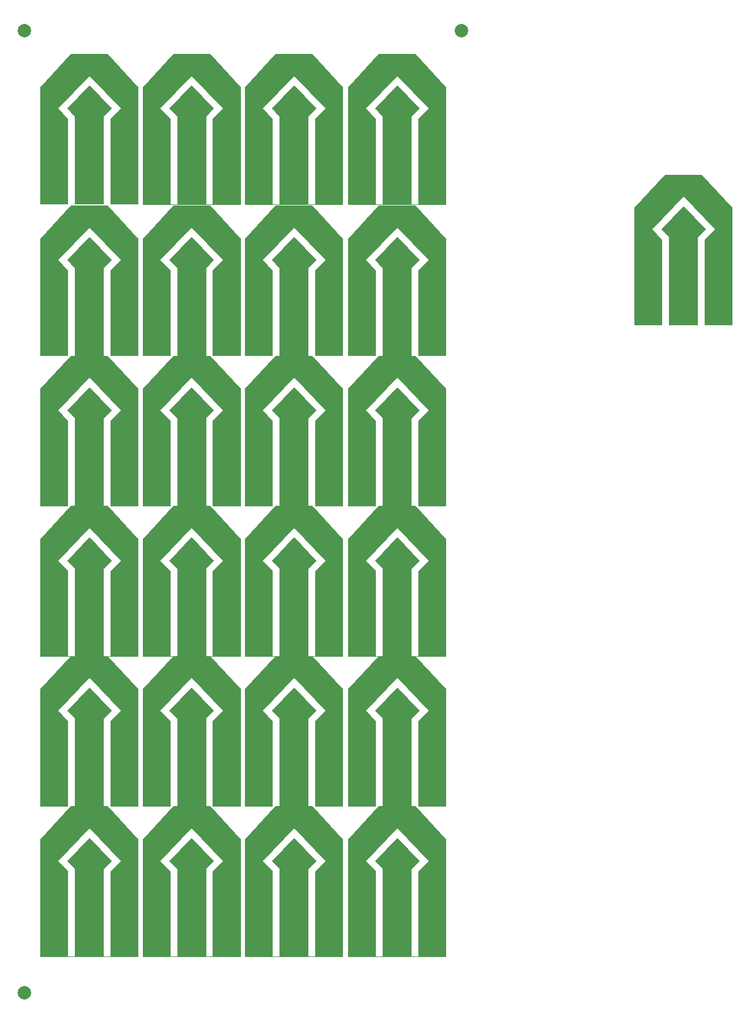
<source format=gbr>
%TF.GenerationSoftware,KiCad,Pcbnew,9.0.3*%
%TF.CreationDate,2025-07-24T13:44:44-05:00*%
%TF.ProjectId,panel,70616e65-6c2e-46b6-9963-61645f706362,rev?*%
%TF.SameCoordinates,Original*%
%TF.FileFunction,Copper,L1,Top*%
%TF.FilePolarity,Positive*%
%FSLAX46Y46*%
G04 Gerber Fmt 4.6, Leading zero omitted, Abs format (unit mm)*
G04 Created by KiCad (PCBNEW 9.0.3) date 2025-07-24 13:44:44*
%MOMM*%
%LPD*%
G01*
G04 APERTURE LIST*
%TA.AperFunction,NonConductor*%
%ADD10C,0.000000*%
%TD*%
%TA.AperFunction,SMDPad,CuDef*%
%ADD11C,2.000000*%
%TD*%
G04 APERTURE END LIST*
D10*
%TA.AperFunction,NonConductor*%
G36*
X163434979Y-143123562D02*
G01*
X163434979Y-160629832D01*
X156115167Y-160629832D01*
X148795924Y-160629832D01*
X148795924Y-146321041D01*
X151459637Y-146321041D01*
X152967710Y-147908696D01*
X152967710Y-160607663D01*
X153947134Y-160607663D01*
X153947134Y-147517609D01*
X152813094Y-146321041D01*
X156115167Y-142842184D01*
X159419513Y-146321041D01*
X158282632Y-147517609D01*
X158282632Y-160607663D01*
X159262624Y-160607663D01*
X159262624Y-147908696D01*
X160770696Y-146321041D01*
X156115167Y-141419945D01*
X151459637Y-146321041D01*
X148795924Y-146321041D01*
X148795924Y-143123562D01*
X153365619Y-138170169D01*
X156115167Y-138170169D01*
X158865283Y-138170169D01*
X163434979Y-143123562D01*
G37*
%TD.AperFunction*%
%TA.AperFunction,NonConductor*%
G36*
X148170477Y-143123562D02*
G01*
X148170477Y-160629832D01*
X140850665Y-160629832D01*
X133531422Y-160629832D01*
X133531422Y-146321041D01*
X136195135Y-146321041D01*
X137703208Y-147908696D01*
X137703208Y-160607663D01*
X138682632Y-160607663D01*
X138682632Y-147517609D01*
X137548592Y-146321041D01*
X140850665Y-142842184D01*
X144155011Y-146321041D01*
X143018130Y-147517609D01*
X143018130Y-160607663D01*
X143998122Y-160607663D01*
X143998122Y-147908696D01*
X145506194Y-146321041D01*
X140850665Y-141419945D01*
X136195135Y-146321041D01*
X133531422Y-146321041D01*
X133531422Y-143123562D01*
X138101117Y-138170169D01*
X140850665Y-138170169D01*
X143600781Y-138170169D01*
X148170477Y-143123562D01*
G37*
%TD.AperFunction*%
%TA.AperFunction,NonConductor*%
G36*
X132879390Y-143121448D02*
G01*
X132879390Y-160627718D01*
X125559578Y-160627718D01*
X118240335Y-160627718D01*
X118240335Y-146318927D01*
X120904048Y-146318927D01*
X122412121Y-147906582D01*
X122412121Y-160605549D01*
X123391545Y-160605549D01*
X123391545Y-147515495D01*
X122257505Y-146318927D01*
X125559578Y-142840070D01*
X128863924Y-146318927D01*
X127727043Y-147515495D01*
X127727043Y-160605549D01*
X128707035Y-160605549D01*
X128707035Y-147906582D01*
X130215107Y-146318927D01*
X125559578Y-141417831D01*
X120904048Y-146318927D01*
X118240335Y-146318927D01*
X118240335Y-143121448D01*
X122810030Y-138168055D01*
X125559578Y-138168055D01*
X128309694Y-138168055D01*
X132879390Y-143121448D01*
G37*
%TD.AperFunction*%
%TA.AperFunction,NonConductor*%
G36*
X178854987Y-143123562D02*
G01*
X178854987Y-160629832D01*
X171535175Y-160629832D01*
X164215932Y-160629832D01*
X164215932Y-146321041D01*
X166879645Y-146321041D01*
X168387718Y-147908696D01*
X168387718Y-160607663D01*
X169367142Y-160607663D01*
X169367142Y-147517609D01*
X168233102Y-146321041D01*
X171535175Y-142842184D01*
X174839521Y-146321041D01*
X173702640Y-147517609D01*
X173702640Y-160607663D01*
X174682632Y-160607663D01*
X174682632Y-147908696D01*
X176190704Y-146321041D01*
X171535175Y-141419945D01*
X166879645Y-146321041D01*
X164215932Y-146321041D01*
X164215932Y-143123562D01*
X168785627Y-138170169D01*
X171535175Y-138170169D01*
X174285291Y-138170169D01*
X178854987Y-143123562D01*
G37*
%TD.AperFunction*%
%TA.AperFunction,NonConductor*%
G36*
X163434979Y-120723562D02*
G01*
X163434979Y-138229832D01*
X156115167Y-138229832D01*
X148795924Y-138229832D01*
X148795924Y-123921041D01*
X151459637Y-123921041D01*
X152967710Y-125508696D01*
X152967710Y-138207663D01*
X153947134Y-138207663D01*
X153947134Y-125117609D01*
X152813094Y-123921041D01*
X156115167Y-120442184D01*
X159419513Y-123921041D01*
X158282632Y-125117609D01*
X158282632Y-138207663D01*
X159262624Y-138207663D01*
X159262624Y-125508696D01*
X160770696Y-123921041D01*
X156115167Y-119019945D01*
X151459637Y-123921041D01*
X148795924Y-123921041D01*
X148795924Y-120723562D01*
X153365619Y-115770169D01*
X156115167Y-115770169D01*
X158865283Y-115770169D01*
X163434979Y-120723562D01*
G37*
%TD.AperFunction*%
%TA.AperFunction,NonConductor*%
G36*
X148170477Y-120723562D02*
G01*
X148170477Y-138229832D01*
X140850665Y-138229832D01*
X133531422Y-138229832D01*
X133531422Y-123921041D01*
X136195135Y-123921041D01*
X137703208Y-125508696D01*
X137703208Y-138207663D01*
X138682632Y-138207663D01*
X138682632Y-125117609D01*
X137548592Y-123921041D01*
X140850665Y-120442184D01*
X144155011Y-123921041D01*
X143018130Y-125117609D01*
X143018130Y-138207663D01*
X143998122Y-138207663D01*
X143998122Y-125508696D01*
X145506194Y-123921041D01*
X140850665Y-119019945D01*
X136195135Y-123921041D01*
X133531422Y-123921041D01*
X133531422Y-120723562D01*
X138101117Y-115770169D01*
X140850665Y-115770169D01*
X143600781Y-115770169D01*
X148170477Y-120723562D01*
G37*
%TD.AperFunction*%
%TA.AperFunction,NonConductor*%
G36*
X132879390Y-120721448D02*
G01*
X132879390Y-138227718D01*
X125559578Y-138227718D01*
X118240335Y-138227718D01*
X118240335Y-123918927D01*
X120904048Y-123918927D01*
X122412121Y-125506582D01*
X122412121Y-138205549D01*
X123391545Y-138205549D01*
X123391545Y-125115495D01*
X122257505Y-123918927D01*
X125559578Y-120440070D01*
X128863924Y-123918927D01*
X127727043Y-125115495D01*
X127727043Y-138205549D01*
X128707035Y-138205549D01*
X128707035Y-125506582D01*
X130215107Y-123918927D01*
X125559578Y-119017831D01*
X120904048Y-123918927D01*
X118240335Y-123918927D01*
X118240335Y-120721448D01*
X122810030Y-115768055D01*
X125559578Y-115768055D01*
X128309694Y-115768055D01*
X132879390Y-120721448D01*
G37*
%TD.AperFunction*%
%TA.AperFunction,NonConductor*%
G36*
X178854987Y-120723562D02*
G01*
X178854987Y-138229832D01*
X171535175Y-138229832D01*
X164215932Y-138229832D01*
X164215932Y-123921041D01*
X166879645Y-123921041D01*
X168387718Y-125508696D01*
X168387718Y-138207663D01*
X169367142Y-138207663D01*
X169367142Y-125117609D01*
X168233102Y-123921041D01*
X171535175Y-120442184D01*
X174839521Y-123921041D01*
X173702640Y-125117609D01*
X173702640Y-138207663D01*
X174682632Y-138207663D01*
X174682632Y-125508696D01*
X176190704Y-123921041D01*
X171535175Y-119019945D01*
X166879645Y-123921041D01*
X164215932Y-123921041D01*
X164215932Y-120723562D01*
X168785627Y-115770169D01*
X171535175Y-115770169D01*
X174285291Y-115770169D01*
X178854987Y-120723562D01*
G37*
%TD.AperFunction*%
%TA.AperFunction,NonConductor*%
G36*
X163434979Y-98323562D02*
G01*
X163434979Y-115829832D01*
X156115167Y-115829832D01*
X148795924Y-115829832D01*
X148795924Y-101521041D01*
X151459637Y-101521041D01*
X152967710Y-103108696D01*
X152967710Y-115807663D01*
X153947134Y-115807663D01*
X153947134Y-102717609D01*
X152813094Y-101521041D01*
X156115167Y-98042184D01*
X159419513Y-101521041D01*
X158282632Y-102717609D01*
X158282632Y-115807663D01*
X159262624Y-115807663D01*
X159262624Y-103108696D01*
X160770696Y-101521041D01*
X156115167Y-96619945D01*
X151459637Y-101521041D01*
X148795924Y-101521041D01*
X148795924Y-98323562D01*
X153365619Y-93370169D01*
X156115167Y-93370169D01*
X158865283Y-93370169D01*
X163434979Y-98323562D01*
G37*
%TD.AperFunction*%
%TA.AperFunction,NonConductor*%
G36*
X148170477Y-98323562D02*
G01*
X148170477Y-115829832D01*
X140850665Y-115829832D01*
X133531422Y-115829832D01*
X133531422Y-101521041D01*
X136195135Y-101521041D01*
X137703208Y-103108696D01*
X137703208Y-115807663D01*
X138682632Y-115807663D01*
X138682632Y-102717609D01*
X137548592Y-101521041D01*
X140850665Y-98042184D01*
X144155011Y-101521041D01*
X143018130Y-102717609D01*
X143018130Y-115807663D01*
X143998122Y-115807663D01*
X143998122Y-103108696D01*
X145506194Y-101521041D01*
X140850665Y-96619945D01*
X136195135Y-101521041D01*
X133531422Y-101521041D01*
X133531422Y-98323562D01*
X138101117Y-93370169D01*
X140850665Y-93370169D01*
X143600781Y-93370169D01*
X148170477Y-98323562D01*
G37*
%TD.AperFunction*%
%TA.AperFunction,NonConductor*%
G36*
X132879390Y-98321448D02*
G01*
X132879390Y-115827718D01*
X125559578Y-115827718D01*
X118240335Y-115827718D01*
X118240335Y-101518927D01*
X120904048Y-101518927D01*
X122412121Y-103106582D01*
X122412121Y-115805549D01*
X123391545Y-115805549D01*
X123391545Y-102715495D01*
X122257505Y-101518927D01*
X125559578Y-98040070D01*
X128863924Y-101518927D01*
X127727043Y-102715495D01*
X127727043Y-115805549D01*
X128707035Y-115805549D01*
X128707035Y-103106582D01*
X130215107Y-101518927D01*
X125559578Y-96617831D01*
X120904048Y-101518927D01*
X118240335Y-101518927D01*
X118240335Y-98321448D01*
X122810030Y-93368055D01*
X125559578Y-93368055D01*
X128309694Y-93368055D01*
X132879390Y-98321448D01*
G37*
%TD.AperFunction*%
%TA.AperFunction,NonConductor*%
G36*
X178854987Y-98323562D02*
G01*
X178854987Y-115829832D01*
X171535175Y-115829832D01*
X164215932Y-115829832D01*
X164215932Y-101521041D01*
X166879645Y-101521041D01*
X168387718Y-103108696D01*
X168387718Y-115807663D01*
X169367142Y-115807663D01*
X169367142Y-102717609D01*
X168233102Y-101521041D01*
X171535175Y-98042184D01*
X174839521Y-101521041D01*
X173702640Y-102717609D01*
X173702640Y-115807663D01*
X174682632Y-115807663D01*
X174682632Y-103108696D01*
X176190704Y-101521041D01*
X171535175Y-96619945D01*
X166879645Y-101521041D01*
X164215932Y-101521041D01*
X164215932Y-98323562D01*
X168785627Y-93370169D01*
X171535175Y-93370169D01*
X174285291Y-93370169D01*
X178854987Y-98323562D01*
G37*
%TD.AperFunction*%
%TA.AperFunction,NonConductor*%
G36*
X148170477Y-75923562D02*
G01*
X148170477Y-93429832D01*
X140850665Y-93429832D01*
X133531422Y-93429832D01*
X133531422Y-79121041D01*
X136195135Y-79121041D01*
X137703208Y-80708696D01*
X137703208Y-93407663D01*
X138682632Y-93407663D01*
X138682632Y-80317609D01*
X137548592Y-79121041D01*
X140850665Y-75642184D01*
X144155011Y-79121041D01*
X143018130Y-80317609D01*
X143018130Y-93407663D01*
X143998122Y-93407663D01*
X143998122Y-80708696D01*
X145506194Y-79121041D01*
X140850665Y-74219945D01*
X136195135Y-79121041D01*
X133531422Y-79121041D01*
X133531422Y-75923562D01*
X138101117Y-70970169D01*
X140850665Y-70970169D01*
X143600781Y-70970169D01*
X148170477Y-75923562D01*
G37*
%TD.AperFunction*%
%TA.AperFunction,NonConductor*%
G36*
X132879390Y-75921448D02*
G01*
X132879390Y-93427718D01*
X125559578Y-93427718D01*
X118240335Y-93427718D01*
X118240335Y-79118927D01*
X120904048Y-79118927D01*
X122412121Y-80706582D01*
X122412121Y-93405549D01*
X123391545Y-93405549D01*
X123391545Y-80315495D01*
X122257505Y-79118927D01*
X125559578Y-75640070D01*
X128863924Y-79118927D01*
X127727043Y-80315495D01*
X127727043Y-93405549D01*
X128707035Y-93405549D01*
X128707035Y-80706582D01*
X130215107Y-79118927D01*
X125559578Y-74217831D01*
X120904048Y-79118927D01*
X118240335Y-79118927D01*
X118240335Y-75921448D01*
X122810030Y-70968055D01*
X125559578Y-70968055D01*
X128309694Y-70968055D01*
X132879390Y-75921448D01*
G37*
%TD.AperFunction*%
%TA.AperFunction,NonConductor*%
G36*
X178854987Y-75923562D02*
G01*
X178854987Y-93429832D01*
X171535175Y-93429832D01*
X164215932Y-93429832D01*
X164215932Y-79121041D01*
X166879645Y-79121041D01*
X168387718Y-80708696D01*
X168387718Y-93407663D01*
X169367142Y-93407663D01*
X169367142Y-80317609D01*
X168233102Y-79121041D01*
X171535175Y-75642184D01*
X174839521Y-79121041D01*
X173702640Y-80317609D01*
X173702640Y-93407663D01*
X174682632Y-93407663D01*
X174682632Y-80708696D01*
X176190704Y-79121041D01*
X171535175Y-74219945D01*
X166879645Y-79121041D01*
X164215932Y-79121041D01*
X164215932Y-75923562D01*
X168785627Y-70970169D01*
X171535175Y-70970169D01*
X174285291Y-70970169D01*
X178854987Y-75923562D01*
G37*
%TD.AperFunction*%
%TA.AperFunction,NonConductor*%
G36*
X163434979Y-75923562D02*
G01*
X163434979Y-93429832D01*
X156115167Y-93429832D01*
X148795924Y-93429832D01*
X148795924Y-79121041D01*
X151459637Y-79121041D01*
X152967710Y-80708696D01*
X152967710Y-93407663D01*
X153947134Y-93407663D01*
X153947134Y-80317609D01*
X152813094Y-79121041D01*
X156115167Y-75642184D01*
X159419513Y-79121041D01*
X158282632Y-80317609D01*
X158282632Y-93407663D01*
X159262624Y-93407663D01*
X159262624Y-80708696D01*
X160770696Y-79121041D01*
X156115167Y-74219945D01*
X151459637Y-79121041D01*
X148795924Y-79121041D01*
X148795924Y-75923562D01*
X153365619Y-70970169D01*
X156115167Y-70970169D01*
X158865283Y-70970169D01*
X163434979Y-75923562D01*
G37*
%TD.AperFunction*%
%TA.AperFunction,NonConductor*%
G36*
X132879390Y-53521448D02*
G01*
X132879390Y-71027718D01*
X125559578Y-71027718D01*
X118240335Y-71027718D01*
X118240335Y-56718927D01*
X120904048Y-56718927D01*
X122412121Y-58306582D01*
X122412121Y-71005549D01*
X123391545Y-71005549D01*
X123391545Y-57915495D01*
X122257505Y-56718927D01*
X125559578Y-53240070D01*
X128863924Y-56718927D01*
X127727043Y-57915495D01*
X127727043Y-71005549D01*
X128707035Y-71005549D01*
X128707035Y-58306582D01*
X130215107Y-56718927D01*
X125559578Y-51817831D01*
X120904048Y-56718927D01*
X118240335Y-56718927D01*
X118240335Y-53521448D01*
X122810030Y-48568055D01*
X125559578Y-48568055D01*
X128309694Y-48568055D01*
X132879390Y-53521448D01*
G37*
%TD.AperFunction*%
%TA.AperFunction,NonConductor*%
G36*
X148170477Y-53523562D02*
G01*
X148170477Y-71029832D01*
X140850665Y-71029832D01*
X133531422Y-71029832D01*
X133531422Y-56721041D01*
X136195135Y-56721041D01*
X137703208Y-58308696D01*
X137703208Y-71007663D01*
X138682632Y-71007663D01*
X138682632Y-57917609D01*
X137548592Y-56721041D01*
X140850665Y-53242184D01*
X144155011Y-56721041D01*
X143018130Y-57917609D01*
X143018130Y-71007663D01*
X143998122Y-71007663D01*
X143998122Y-58308696D01*
X145506194Y-56721041D01*
X140850665Y-51819945D01*
X136195135Y-56721041D01*
X133531422Y-56721041D01*
X133531422Y-53523562D01*
X138101117Y-48570169D01*
X140850665Y-48570169D01*
X143600781Y-48570169D01*
X148170477Y-53523562D01*
G37*
%TD.AperFunction*%
%TA.AperFunction,NonConductor*%
G36*
X178854987Y-53523562D02*
G01*
X178854987Y-71029832D01*
X171535175Y-71029832D01*
X164215932Y-71029832D01*
X164215932Y-56721041D01*
X166879645Y-56721041D01*
X168387718Y-58308696D01*
X168387718Y-71007663D01*
X169367142Y-71007663D01*
X169367142Y-57917609D01*
X168233102Y-56721041D01*
X171535175Y-53242184D01*
X174839521Y-56721041D01*
X173702640Y-57917609D01*
X173702640Y-71007663D01*
X174682632Y-71007663D01*
X174682632Y-58308696D01*
X176190704Y-56721041D01*
X171535175Y-51819945D01*
X166879645Y-56721041D01*
X164215932Y-56721041D01*
X164215932Y-53523562D01*
X168785627Y-48570169D01*
X171535175Y-48570169D01*
X174285291Y-48570169D01*
X178854987Y-53523562D01*
G37*
%TD.AperFunction*%
%TA.AperFunction,NonConductor*%
G36*
X163434979Y-53523562D02*
G01*
X163434979Y-71029832D01*
X156115167Y-71029832D01*
X148795924Y-71029832D01*
X148795924Y-56721041D01*
X151459637Y-56721041D01*
X152967710Y-58308696D01*
X152967710Y-71007663D01*
X153947134Y-71007663D01*
X153947134Y-57917609D01*
X152813094Y-56721041D01*
X156115167Y-53242184D01*
X159419513Y-56721041D01*
X158282632Y-57917609D01*
X158282632Y-71007663D01*
X159262624Y-71007663D01*
X159262624Y-58308696D01*
X160770696Y-56721041D01*
X156115167Y-51819945D01*
X151459637Y-56721041D01*
X148795924Y-56721041D01*
X148795924Y-53523562D01*
X153365619Y-48570169D01*
X156115167Y-48570169D01*
X158865283Y-48570169D01*
X163434979Y-53523562D01*
G37*
%TD.AperFunction*%
%TA.AperFunction,NonConductor*%
G36*
X178854987Y-30923562D02*
G01*
X178854987Y-48429832D01*
X171535175Y-48429832D01*
X164215932Y-48429832D01*
X164215932Y-34121041D01*
X166879645Y-34121041D01*
X168387718Y-35708696D01*
X168387718Y-48407663D01*
X169367142Y-48407663D01*
X169367142Y-35317609D01*
X168233102Y-34121041D01*
X171535175Y-30642184D01*
X174839521Y-34121041D01*
X173702640Y-35317609D01*
X173702640Y-48407663D01*
X174682632Y-48407663D01*
X174682632Y-35708696D01*
X176190704Y-34121041D01*
X171535175Y-29219945D01*
X166879645Y-34121041D01*
X164215932Y-34121041D01*
X164215932Y-30923562D01*
X168785627Y-25970169D01*
X171535175Y-25970169D01*
X174285291Y-25970169D01*
X178854987Y-30923562D01*
G37*
%TD.AperFunction*%
%TA.AperFunction,NonConductor*%
G36*
X163434979Y-30923562D02*
G01*
X163434979Y-48429832D01*
X156115167Y-48429832D01*
X148795924Y-48429832D01*
X148795924Y-34121041D01*
X151459637Y-34121041D01*
X152967710Y-35708696D01*
X152967710Y-48407663D01*
X153947134Y-48407663D01*
X153947134Y-35317609D01*
X152813094Y-34121041D01*
X156115167Y-30642184D01*
X159419513Y-34121041D01*
X158282632Y-35317609D01*
X158282632Y-48407663D01*
X159262624Y-48407663D01*
X159262624Y-35708696D01*
X160770696Y-34121041D01*
X156115167Y-29219945D01*
X151459637Y-34121041D01*
X148795924Y-34121041D01*
X148795924Y-30923562D01*
X153365619Y-25970169D01*
X156115167Y-25970169D01*
X158865283Y-25970169D01*
X163434979Y-30923562D01*
G37*
%TD.AperFunction*%
%TA.AperFunction,NonConductor*%
G36*
X148170477Y-30923562D02*
G01*
X148170477Y-48429832D01*
X140850665Y-48429832D01*
X133531422Y-48429832D01*
X133531422Y-34121041D01*
X136195135Y-34121041D01*
X137703208Y-35708696D01*
X137703208Y-48407663D01*
X138682632Y-48407663D01*
X138682632Y-35317609D01*
X137548592Y-34121041D01*
X140850665Y-30642184D01*
X144155011Y-34121041D01*
X143018130Y-35317609D01*
X143018130Y-48407663D01*
X143998122Y-48407663D01*
X143998122Y-35708696D01*
X145506194Y-34121041D01*
X140850665Y-29219945D01*
X136195135Y-34121041D01*
X133531422Y-34121041D01*
X133531422Y-30923562D01*
X138101117Y-25970169D01*
X140850665Y-25970169D01*
X143600781Y-25970169D01*
X148170477Y-30923562D01*
G37*
%TD.AperFunction*%
%TA.AperFunction,NonConductor*%
G36*
X132879390Y-30921448D02*
G01*
X132879390Y-48427718D01*
X125559578Y-48427718D01*
X118240335Y-48427718D01*
X118240335Y-34118927D01*
X120904048Y-34118927D01*
X122412121Y-35706582D01*
X122412121Y-48405549D01*
X123391545Y-48405549D01*
X123391545Y-35315495D01*
X122257505Y-34118927D01*
X125559578Y-30640070D01*
X128863924Y-34118927D01*
X127727043Y-35315495D01*
X127727043Y-48405549D01*
X128707035Y-48405549D01*
X128707035Y-35706582D01*
X130215107Y-34118927D01*
X125559578Y-29217831D01*
X120904048Y-34118927D01*
X118240335Y-34118927D01*
X118240335Y-30921448D01*
X122810030Y-25968055D01*
X125559578Y-25968055D01*
X128309694Y-25968055D01*
X132879390Y-30921448D01*
G37*
%TD.AperFunction*%
%TA.AperFunction,NonConductor*%
G36*
X221602160Y-48923562D02*
G01*
X221602160Y-66429832D01*
X214282348Y-66429832D01*
X206963105Y-66429832D01*
X206963105Y-52121041D01*
X209626818Y-52121041D01*
X211134891Y-53708696D01*
X211134891Y-66407663D01*
X212114315Y-66407663D01*
X212114315Y-53317609D01*
X210980275Y-52121041D01*
X214282348Y-48642184D01*
X217586694Y-52121041D01*
X216449813Y-53317609D01*
X216449813Y-66407663D01*
X217429805Y-66407663D01*
X217429805Y-53708696D01*
X218937877Y-52121041D01*
X214282348Y-47219945D01*
X209626818Y-52121041D01*
X206963105Y-52121041D01*
X206963105Y-48923562D01*
X211532800Y-43970169D01*
X214282348Y-43970169D01*
X217032464Y-43970169D01*
X221602160Y-48923562D01*
G37*
%TD.AperFunction*%
D11*
%TO.P,KiKit_FID_T_2,*%
%TO.N,*%
X181117368Y-22500000D03*
%TD*%
%TO.P,KiKit_FID_T_3,*%
%TO.N,*%
X115882632Y-166007814D03*
%TD*%
%TO.P,KiKit_FID_T_1,*%
%TO.N,*%
X115882632Y-22500000D03*
%TD*%
M02*

</source>
